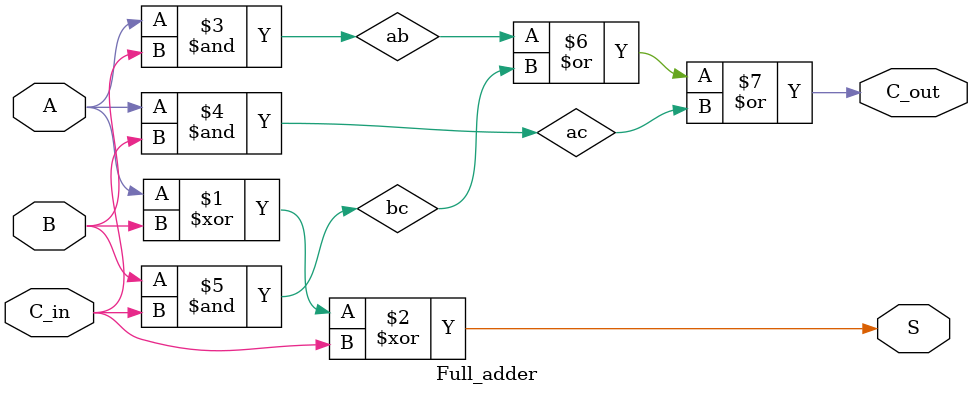
<source format=v>
`timescale 1ns / 1ps
module Full_adder(
    input A,
    input B,
    input C_in,
    output S,
    output C_out
    );
	 
	 wire ab, bc, ac;
	 
	 xor X1(S, A, B, C_in);
	 
	 and A1(ab, A, B);
	 and A2(ac, A, C_in);
	 and A3(bc, B, C_in);
	 or  O1(C_out, ab, bc, ac);

endmodule

</source>
